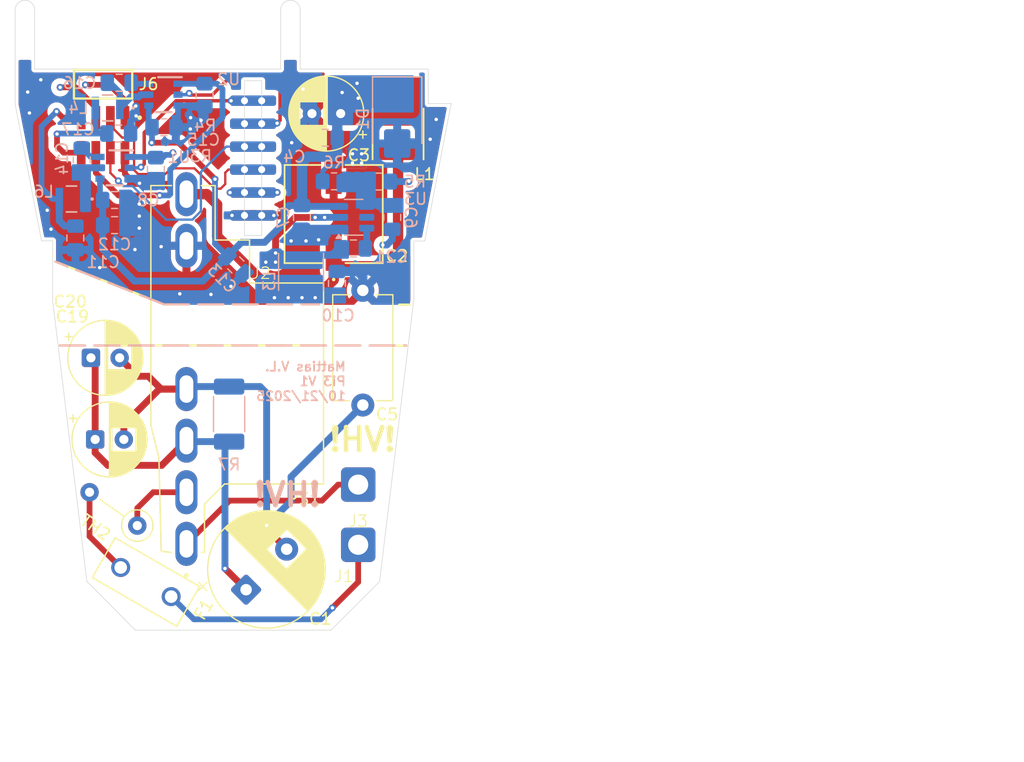
<source format=kicad_pcb>
(kicad_pcb (version 20241229) (generator "pcbnew") (generator_version "9.0")
  (layers (0 "F.Cu" signal) (4 "In1.Cu" signal) (6 "In2.Cu" signal) (2 "B.Cu" signal) (13 "F.Paste" user) (15 "B.Paste" user) (5 "F.SilkS" user "F.Silkscreen") (7 "B.SilkS" user "B.Silkscreen") (1 "F.Mask" user) (3 "B.Mask" user) (25 "Edge.Cuts" user))
  (net 0 "")
  (net 1 "GND")
  (net 2 "+24V")
  (net 3 "Net-(PS1-+VO)")
  (net 4 "Net-(PS1-+V(CAP))")
  (net 5 "Net-(PS1--V(CAP))")
  (net 6 "Net-(PS1-AC(L))")
  (net 7 "Net-(U3-BOOT)")
  (net 8 "Net-(U3-SW)")
  (net 10 "/ACDC/PGND")
  (net 11 "/LEDDrivers/I_WARM+")
  (net 12 "Net-(U1-SW)")
  (net 13 "Net-(U2-SW)")
  (net 14 "/LEDDrivers/I_COOL+")
  (net 15 "/LEDDrivers/I_COOL-")
  (net 16 "Net-(U2-BOOT)")
  (net 17 "/ACDC/120VAC")
  (net 18 "Net-(U3-FB)")
  (net 19 "+3.3V")
  (net 20 "Net-(U1-BOOT)")
  (net 21 "/LEDDrivers/I_WARM-")
  (net 22 "I2C_SDA")
  (net 23 "I2C_SCL")
  (net 24 "PWM_COOL")
  (net 25 "PMW_WARM")
  (net 26 "Net-(F1-Pad2)")
  (footprint "Capacitor_THT:C_Disc_D9.0mm_W5.0mm_P10.00mm" (layer "F.Cu") (at 163.6522 107.3112 90)
    (property "Reference" "C5")
    (property "Value" "1n")
  )
  (footprint "Library:PADPOWER" (layer "F.Cu") (at 163.25 117.75)
    (property "Reference" "J3")
    (property "Value" "Conn_01x01_Socket")
  )
  (footprint "Pi3Footprints:IND_BOURNS_SRN4018" (layer "F.Cu") (at 166.7256 83.6676 90)
    (property "Reference" "L1")
    (property "Value" "2.2u")
  )
  (footprint "Pi3Footprints:FUSE_36911000000" (layer "F.Cu") (at 144.75 122.75 150)
    (property "Reference" "F1")
    (property "Value" "1")
  )
  (footprint "Pi3Footprints:EdgeConnHolePi3" (layer "F.Cu") (at 154.0898 95.522)
    (property "Reference" "J2")
    (property "Value" "Conn_01x06_Socket")
    (fp_rect (start -0.75 -16.5) (end 0.75 -3) (stroke (width 0.05)) (fill no) (layer "Edge.Cuts"))
  )
  (footprint "Pi3Footprints:CONV_LS10-13B24R3" (layer "F.Cu") (at 148.28 104.168 90)
    (property "Reference" "PS1")
    (property "Value" "10ACFEW-24S3")
  )
  (footprint "Library:PADPOWER" (layer "F.Cu") (at 163.25 123)
    (property "Reference" "J1")
    (property "Value" "Conn_01x01_Socket")
  )
  (footprint "Resistor_THT:R_Axial_DIN0207_L6.3mm_D2.5mm_P5.08mm_Vertical" (layer "F.Cu") (at 143.996338 117.82783 145)
    (property "Reference" "TH2")
    (property "Value" "Thermistor_NTC")
  )
  (footprint "Capacitor_THT:CP_Radial_D6.3mm_P2.50mm" (layer "F.Cu") (at 161.7218 81.8896 180)
    (property "Reference" "C3")
    (property "Value" "100u")
  )
  (footprint "Capacitor_THT:CP_Radial_D10.0mm_P5.00mm" (layer "F.Cu") (at 153.48 123.418 45)
    (property "Reference" "C1")
    (property "Value" "10u")
  )
  (footprint "Capacitor_THT:CP_Radial_D6.3mm_P2.50mm" (layer "F.Cu") (at 139.955 103.193)
    (property "Reference" "C20")
    (property "Value" "2.2u")
  )
  (footprint "Capacitor_THT:CP_Radial_D6.3mm_P2.50mm" (layer "F.Cu") (at 140.3242 110.3122)
    (property "Reference" "C19")
    (property "Value" "2.2u")
  )
  (footprint "Pi3Footprints:CAP_UCD_8X10_NCH-L" (layer "F.Cu") (at 161.1122 90.6526 90)
    (property "Reference" "C2")
    (property "Value" "470u")
  )
  (footprint "Pi3Footprints:SAMTEC_FTSH-104-01-L-DH" (layer "F.Cu") (at 141.015 83.773)
    (property "Reference" "J6")
    (property "Value" "Conn_01x08_Pin")
  )
  (footprint "Capacitor_SMD:C_0805_2012Metric_Pad1.18x1.45mm_HandSolder" (layer "B.Cu") (at 146.3175 83.08 180)
    (property "Reference" "C15")
    (property "Value" "0.1u")
  )
  (footprint "Capacitor_SMD:C_0805_2012Metric_Pad1.18x1.45mm_HandSolder" (layer "B.Cu") (at 162.8375 93.65 180)
    (property "Reference" "C21")
    (property "Value" "0.1u")
  )
  (footprint "Pi3_Footprints:DDC0006A_L" (layer "B.Cu") (at 142.019999 86.621602 180)
    (property "Reference" "U1")
    (property "Value" "TPS92200D2DDCR")
  )
  (footprint "Capacitor_SMD:C_0805_2012Metric_Pad1.18x1.45mm_HandSolder" (layer "B.Cu") (at 152.58 95.09 -45)
    (property "Reference" "C13")
    (property "Value" "10u")
  )
  (footprint "Capacitor_SMD:C_0805_2012Metric_Pad1.18x1.45mm_HandSolder" (layer "B.Cu") (at 138.5964 92.74 -90)
    (property "Reference" "C11")
    (property "Value" "10u")
  )
  (footprint "Resistor_SMD:R_0805_2012Metric_Pad1.20x1.40mm_HandSolder" (layer "B.Cu") (at 149.865 80.28 -90)
    (property "Reference" "R4")
    (property "Value" "0.340")
  )
  (footprint "Capacitor_SMD:C_0805_2012Metric_Pad1.18x1.45mm_HandSolder" (layer "B.Cu") (at 142.0164 91.62)
    (property "Reference" "C12")
    (property "Value" "10u")
  )
  (footprint "Pi3_Footprints:IND_MAMK2520T1R0M_TAY-L" (layer "B.Cu") (at 141.41 81.4 180)
    (property "Reference" "L4")
    (property "Value" "4.7u")
  )
  (footprint "Capacitor_SMD:C_0805_2012Metric_Pad1.18x1.45mm_HandSolder" (layer "B.Cu") (at 142.3725 83.63)
    (property "Reference" "C17")
    (property "Value" "10u")
  )
  (footprint "Resistor_SMD:R_0805_2012Metric_Pad1.20x1.40mm_HandSolder" (layer "B.Cu") (at 165.04 87.82 180)
    (property "Reference" "R5")
    (property "Value" "100k")
  )
  (footprint "Resistor_SMD:R_0805_2012Metric_Pad1.20x1.40mm_HandSolder" (layer "B.Cu") (at 145.6164 86.73 -90)
    (property "Reference" "R3")
    (property "Value" "0.340")
  )
  (footprint "Pi3_Footprints:DDC0006A_L" (layer "B.Cu") (at 146.270001 80.240003 180)
    (property "Reference" "U2")
    (property "Value" "TPS92200D2DDCR")
  )
  (footprint "Pi3_Footprints:IND_MAMK2520T1R0M_TAY-L" (layer "B.Cu") (at 138.2632 89.34 180)
    (property "Reference" "L6")
    (property "Value" "4.7u")
  )
  (footprint "Resistor_SMD:R_0805_2012Metric_Pad1.20x1.40mm_HandSolder" (layer "B.Cu") (at 161.15 87.8 180)
    (property "Reference" "R6")
    (property "Value" "22.1k")
  )
  (footprint "Capacitor_SMD:C_0805_2012Metric_Pad1.18x1.45mm_HandSolder" (layer "B.Cu") (at 161.4 96.7 -90)
    (property "Reference" "C10")
    (property "Value" "47u")
  )
  (footprint "Resistor_SMD:R_2010_5025Metric_Pad1.40x2.65mm_HandSolder" (layer "B.Cu") (at 152 108.1 90)
    (property "Reference" "R7")
    (property "Value" "1Mega")
  )
  (footprint "Capacitor_SMD:C_0805_2012Metric_Pad1.18x1.45mm_HandSolder" (layer "B.Cu") (at 142.4175 79.2)
    (property "Reference" "C16")
    (property "Value" "0.1u")
  )
  (footprint "Diode_SMD:D_SMB" (layer "B.Cu") (at 166.65 82.35 -90)
    (property "Reference" "D1")
    (property "Value" "~")
  )
  (footprint "Capacitor_SMD:C_0805_2012Metric_Pad1.18x1.45mm_HandSolder" (layer "B.Cu") (at 142.0164 89.43 180)
    (property "Reference" "C8")
    (property "Value" "0.1u")
  )
  (footprint "Inductor_SMD:L_Wuerth_MAPI-3020" (layer "B.Cu") (at 158.270028 95.7 -90)
    (property "Reference" "L3")
    (property "Value" "L")
  )
  (footprint "Capacitor_SMD:C_0805_2012Metric_Pad1.18x1.45mm_HandSolder" (layer "B.Cu") (at 139.1564 85.9325 90)
    (property "Reference" "C14")
    (property "Value" "0.1u")
  )
  (footprint "Package_TO_SOT_SMD:SOT-23-6" (layer "B.Cu") (at 162.8555 90.935)
    (property "Reference" "U3")
    (property "Value" "TPS54202DDC")
  )
  (footprint "Capacitor_SMD:C_0805_2012Metric_Pad1.18x1.45mm_HandSolder" (layer "B.Cu") (at 166.22 90.9475 90)
    (property "Reference" "C9")
    (property "Value" "56p")
  )
  (footprint "Capacitor_SMD:C_0805_2012Metric_Pad1.18x1.45mm_HandSolder" (layer "B.Cu") (at 158.35 90.95 -90)
    (property "Reference" "C7")
    (property "Value" "3.3u")
  )
  (footprint "Capacitor_SMD:C_0805_2012Metric_Pad1.18x1.45mm_HandSolder" (layer "B.Cu") (at 160.3875 84 180)
    (property "Reference" "C4")
    (property "Value" "0.1u")
  )
  (gr_line (start 144.729085 97.897462) (end 136.85 94.8) (stroke (width 0.2) (type dash)) (layer "F.SilkS"))
  (gr_line (start 145.6182 102.108) (end 159.8676 102.108) (stroke (width 0.2) (type dash)) (layer "F.SilkS"))
  (gr_line (start 166.8214 98.552) (end 167.7416 98.552) (stroke (width 0.2) (type dash)) (layer "F.SilkS"))
  (gr_line (start 166.624 102.1334) (end 167.386 102.1334) (stroke (width 0.2) (type dash)) (layer "F.SilkS"))
  (gr_line (start 146.304 98.5266) (end 159.8422 98.5266) (stroke (width 0.2) (type dash)) (layer "B.SilkS"))
  (gr_line (start 146.304 98.5166) (end 136.85 94.8) (stroke (width 0.2) (type dash)) (layer "B.SilkS"))
  (gr_line (start 137.25 102.118) (end 167.45 102.118) (stroke (width 0.2) (type dash)) (layer "B.SilkS"))
  (gr_line (start 136.62 98.218) (end 139.6 122.688) (stroke (width 0.05)) (layer "Edge.Cuts"))
  (gr_line (start 160.88 126.948) (end 165.11 122.718) (stroke (width 0.05)) (layer "Edge.Cuts"))
  (gr_line (start 156.49 78.008) (end 156.49 72.85809) (stroke (width 0.05)) (layer "Edge.Cuts"))
  (gr_line (start 165.11 122.718) (end 168.1 98.098) (stroke (width 0.05)) (layer "Edge.Cuts"))
  (gr_line (start 171.35 81.018) (end 169.36 81.018) (stroke (width 0.05)) (layer "Edge.Cuts"))
  (gr_line (start 156.49 78.008) (end 135.05 78.008) (stroke (width 0.05)) (layer "Edge.Cuts"))
  (gr_line (start 135.65 92.988) (end 136.62 92.988) (stroke (width 0.05)) (layer "Edge.Cuts"))
  (gr_line (start 143.82 126.948) (end 160.88 126.948) (stroke (width 0.05)) (layer "Edge.Cuts"))
  (gr_line (start 139.6 122.688) (end 143.82 126.948) (stroke (width 0.05)) (layer "Edge.Cuts"))
  (gr_line (start 135.050163 72.864891) (end 135.05 78.008) (stroke (width 0.05)) (layer "Edge.Cuts"))
  (gr_line (start 133.35 78.008) (end 133.35 81.078) (stroke (width 0.05)) (layer "Edge.Cuts"))
  (gr_line (start 169.36 81.018) (end 169.35 78.008) (stroke (width 0.05)) (layer "Edge.Cuts"))
  (gr_line (start 136.62 92.988) (end 136.62 98.218) (stroke (width 0.05)) (layer "Edge.Cuts"))
  (gr_line (start 168.1 93.008) (end 169.05 93.008) (stroke (width 0.05)) (layer "Edge.Cuts"))
  (gr_line (start 168.1 98.098) (end 168.1 93.008) (stroke (width 0.05)) (layer "Edge.Cuts"))
  (gr_arc (start 133.35019 72.85809) (mid 134.20019 72.00809) (end 135.05019 72.85809) (stroke (width 0.05)) (layer "Edge.Cuts"))
  (gr_line (start 133.35 78.008) (end 133.35 72.85809) (stroke (width 0.05)) (layer "Edge.Cuts"))
  (gr_line (start 133.35 81.078) (end 135.65 92.988) (stroke (width 0.05)) (layer "Edge.Cuts"))
  (gr_line (start 158.190163 72.864891) (end 158.19 78.008) (stroke (width 0.05)) (layer "Edge.Cuts"))
  (gr_arc (start 156.49019 72.85809) (mid 157.34019 72.00809) (end 158.19019 72.85809) (stroke (width 0.05)) (layer "Edge.Cuts"))
  (gr_line (start 169.05 93.008) (end 171.35 81.018) (stroke (width 0.05)) (layer "Edge.Cuts"))
  (gr_line (start 169.35 78.008) (end 158.19 78.008) (stroke (width 0.05)) (layer "Edge.Cuts"))
  (gr_text "!HV!\n" (at 160.5 111.5 0) (layer "F.SilkS") (effects (font (size 2 2) (thickness 0.4) (bold yes)) (justify left bottom)))
  (gr_text "!HV!\n" (at 160.2 116.3 0) (layer "B.SilkS") (effects (font (size 2 2) (thickness 0.4) (bold yes)) (justify left bottom mirror)))
  (gr_text "Mattias V.L.\nPi3 V1 \n10/21/2025" (at 162.25 107 0) (layer "B.SilkS") (effects (font (size 0.8 0.8) (thickness 0.15) (bold yes)) (justify left bottom mirror)))
  (segment (start 145.7838 93.4974) (end 144.1664 91.88) (width 0.6) (layer "F.Cu") (net 1))
  (segment (start 148.28 93.418) (end 148.28 97.0332) (width 0.6) (layer "F.Cu") (net 1))
  (segment (start 161.1122 87.2998) (end 161.1122 85.344) (width 0.9) (layer "F.Cu") (net 1))
  (segment (start 144.19 87.97) (end 143.75 87.97) (width 0.5) (layer "F.Cu") (net 1))
  (segment (start 159.2072 81.9042) (end 159.2218 81.8896) (width 0.9) (layer "F.Cu") (net 1))
  (segment (start 146.0754 93.4974) (end 145.7838 93.4974) (width 0.6) (layer "F.Cu") (net 1))
  (segment (start 143.75 87.97) (end 142.92 87.14) (width 0.5) (layer "F.Cu") (net 1))
  (segment (start 159.2072 83.439) (end 159.2072 81.9042) (width 0.9) (layer "F.Cu") (net 1))
  (segment (start 161.1122 85.344) (end 159.2072 83.439) (width 0.9) (layer "F.Cu") (net 1))
  (segment (start 148.28 97.0332) (end 147.701 97.6122) (width 0.6) (layer "F.Cu") (net 1))
  (segment (start 142.92 87.14) (end 142.92 85.298) (width 0.5) (layer "F.Cu") (net 1))
  (via (at 157.4546 84.4296) (size 0.6) (drill 0.3) (layers "F.Cu" "B.Cu") (net 1))
  (via (at 159.8 92.9) (size 0.6) (drill 0.3) (layers "F.Cu" "B.Cu") (net 1))
  (via (at 158.4452 79.756) (size 0.6) (drill 0.3) (layers "F.Cu" "B.Cu") (net 1))
  (via (at 135.5852 78.9432) (size 0.6) (drill 0.3) (layers "F.Cu" "B.Cu") (net 1))
  (via (at 162.75 85.4) (size 0.6) (drill 0.3) (layers "F.Cu" "B.Cu") (net 1))
  (via (at 136.144 90.3224) (size 0.6) (drill 0.3) (layers "F.Cu" "B.Cu") (net 1))
  (via (at 144.1664 90.83) (size 0.6) (drill 0.3) (layers "F.Cu" "B.Cu") (net 1))
  (via (at 155.899 90.772) (size 0.6) (drill 0.3) (layers "F.Cu" "B.Cu") (net 1))
  (via (at 143.8656 81.2292) (size 0.6) (drill 0.3) (layers "F.Cu" "B.Cu") (net 1))
  (via (at 163.55 86.2) (size 0.6) (drill 0.3) (layers "F.Cu" "B.Cu") (net 1))
  (via (at 152.16 96.96) (size 0.6) (drill 0.3) (layers "F.Cu" "B.Cu") (net 1))
  (via (at 144.19 87.97) (size 0.6) (drill 0.3) (layers "F.Cu" "B.Cu") (net 1))
  (via (at 162.75 86.2) (size 0.6) (drill 0.3) (layers "F.Cu" "B.Cu") (net 1))
  (via (at 140.716 95.3262) (size 0.6) (drill 0.3) (layers "F.Cu" "B.Cu") (net 1))
  (via (at 150.4188 97.663) (size 0.6) (drill 0.3) (layers "F.Cu" "B.Cu") (net 1))
  (via (at 158.7 93) (size 0.6) (drill 0.3) (layers "F.Cu" "B.Cu") (net 1))
  (via (at 157.4 93) (size 0.6) (drill 0.3) (layers "F.Cu" "B.Cu") (net 1))
  (via (at 148.6154 83.2358) (size 0.6) (drill 0.3) (layers "F.Cu" "B.Cu") (net 1))
  (via (at 136.4742 91.9734) (size 0.6) (drill 0.3) (layers "F.Cu" "B.Cu") (net 1))
  (via (at 134.5946 81.8388) (size 0.6) (drill 0.3) (layers "F.Cu" "B.Cu") (net 1))
  (via (at 144.1664 89.78) (size 0.6) (drill 0.3) (layers "F.Cu" "B.Cu") (net 1))
  (via (at 143.891 82.0928) (size 0.6) (drill 0.3) (layers "F.Cu" "B.Cu") (net 1))
  (via (at 134.4422 80.01) (size 0.6) (drill 0.3) (layers "F.Cu" "B.Cu") (net 1))
  (via (at 146.0754 93.4974) (size 0.6) (drill 0.3) (layers "F.Cu" "B.Cu") (net 1))
  (via (at 163.55 85.4) (size 0.6) (drill 0.3) (layers "F.Cu" "B.Cu") (net 1))
  (via (at 144.1664 91.88) (size 0.6) (drill 0.3) (layers "F.Cu" "B.Cu") (net 1))
  (via (at 152.252 90.772) (size 0.6) (drill 0.3) (layers "F.Cu" "B.Cu") (net 1))
  (via (at 170.05 82.4) (size 0.6) (drill 0.3) (layers "F.Cu" "B.Cu") (net 1))
  (via (at 149.5552 82.4738) (size 0.6) (drill 0.3) (layers "F.Cu" "B.Cu") (net 1))
  (via (at 147.701 97.6122) (size 0.6) (drill 0.3) (layers "F.Cu" "B.Cu") (net 1))
  (via (at 169.525 84.125) (size 0.6) (drill 0.3) (layers "F.Cu" "B.Cu") (net 1))
  (via (at 143.7894 93.7514) (size 0.6) (drill 0.3) (layers "F.Cu" "B.Cu") (net 1))
  (via (at 148.6408 82.2452) (size 0.6) (drill 0.3) (layers "F.Cu" "B.Cu") (net 1))
  (segment (start 159.35 82.0178) (end 159.2218 81.8896) (width 0.9) (layer "B.Cu") (net 1))
  (segment (start 143.41 82.5738) (end 143.891 82.0928) (width 0.6) (layer "B.Cu") (net 1))
  (segment (start 159.35 84) (end 159.35 82.0178) (width 0.9) (layer "B.Cu") (net 1))
  (segment (start 161.703496 86.2) (end 161.402496 86.501) (width 0.4) (layer "B.Cu") (net 1))
  (segment (start 160.549 86.501) (end 160.15 86.9) (width 0.4) (layer "B.Cu") (net 1))
  (segment (start 153.296377 95.823623) (end 152.16 96.96) (width 0.5) (layer "B.Cu") (net 1))
  (segment (start 143.891 81.2546) (end 143.8656 81.2292) (width 0.6) (layer "B.Cu") (net 1))
  (segment (start 161.718 91.885) (end 158.4525 91.885) (width 0.6) (layer "B.Cu") (net 1))
  (segment (start 154.8398 90.772) (end 155.899 90.772) (width 0.8) (layer "B.Cu") (net 1))
  (segment (start 138.5964 93.7775) (end 139.6245 93.7775) (width 0.6) (layer "B.Cu") (net 1))
  (segment (start 169.15 84.5) (end 169.525 84.125) (width 0.9) (layer "B.Cu") (net 1))
  (segment (start 157.8842 84) (end 157.4546 84.4296) (width 0.9) (layer "B.Cu") (net 1))
  (segment (start 148.28 93.418) (end 146.1548 93.418) (width 0.6) (layer "B.Cu") (net 1))
  (segment (start 170.05 82.4) (end 170.05 83.6) (width 0.9) (layer "B.Cu") (net 1))
  (segment (start 160.15 86.9) (end 160.15 87.8) (width 0.4) (layer "B.Cu") (net 1))
  (segment (start 163.6522 96.1022) (end 163.6522 97.3112) (width 0.8) (layer "B.Cu") (net 1))
  (segment (start 159.2218 81.8896) (end 159.2218 80.5326) (width 0.9) (layer "B.Cu") (net 1))
  (segment (start 149.5552 81.5898) (end 149.865 81.28) (width 0.5) (layer "B.Cu") (net 1))
  (segment (start 166.65 84.5) (end 169.15 84.5) (width 0.9) (layer "B.Cu") (net 1))
  (segment (start 148.6154 83.2358) (end 148.7932 83.2358) (width 0.5) (layer "B.Cu") (net 1))
  (segment (start 163.2125 95.6625) (end 163.6522 96.1022) (width 0.8) (layer "B.Cu") (net 1))
  (segment (start 148.6154 83.2358) (end 148.6154 82.2706) (width 0.5) (layer "B.Cu") (net 1))
  (segment (start 149.5552 82.4738) (end 149.5552 81.5898) (width 0.5) (layer "B.Cu") (net 1))
  (segment (start 148.6154 82.2706) (end 148.6408 82.2452) (width 0.5) (layer "B.Cu") (net 1))
  (segment (start 161.4 95.6625) (end 163.2125 95.6625) (width 0.8) (layer "B.Cu") (net 1))
  (segment (start 146.1548 93.418) (end 146.0754 93.4974) (width 0.6) (layer "B.Cu") (net 1))
  (segment (start 148.4596 83.08) (end 148.6154 83.2358) (width 0.5) (layer "B.Cu") (net 1))
  (segment (start 143.41 83.63) (end 143.41 82.5738) (width 0.6) (layer "B.Cu") (net 1))
  (segment (start 148.8694 82.4738) (end 148.6408 82.2452) (width 0.5) (layer "B.Cu") (net 1))
  (segment (start 149.5552 82.4738) (end 148.8694 82.4738) (width 0.5) (layer "B.Cu") (net 1))
  (segment (start 143.891 82.0928) (end 143.891 81.2546) (width 0.6) (layer "B.Cu") (net 1))
  (segment (start 158.4525 91.885) (end 158.35 91.9875) (width 0.6) (layer "B.Cu") (net 1))
  (segment (start 147.545002 82.889998) (end 147.355 83.08) (width 0.5) (layer "B.Cu") (net 1))
  (segment (start 170.05 83.6) (end 169.525 84.125) (width 0.9) (layer "B.Cu") (net 1))
  (segment (start 139.6245 93.7775) (end 140.716 94.869) (width 0.6) (layer "B.Cu") (net 1))
  (segment (start 159.35 84) (end 157.8842 84) (width 0.9) (layer "B.Cu") (net 1))
  (segment (start 161.402496 86.501) (end 160.549 86.501) (width 0.4) (layer "B.Cu") (net 1))
  (segment (start 153.313623 95.823623) (end 153.296377 95.823623) (width 0.5) (layer "B.Cu") (net 1))
  (segment (start 149.775001 81.190001) (end 149.865 81.28) (width 0.5) (layer "B.Cu") (net 1))
  (segment (start 148.7932 83.2358) (end 149.5552 82.4738) (width 0.5) (layer "B.Cu") (net 1))
  (segment (start 140.716 94.869) (end 140.716 95.3262) (width 0.6) (layer "B.Cu") (net 1))
  (segment (start 147.355 83.08) (end 148.4596 83.08) (width 0.5) (layer "B.Cu") (net 1))
  (segment (start 159.2218 80.5326) (end 158.4452 79.756) (width 0.9) (layer "B.Cu") (net 1))
  (segment (start 147.545002 81.190001) (end 147.545002 82.889998) (width 0.5) (layer "B.Cu") (net 1))
  (segment (start 162.75 86.2) (end 161.703496 86.2) (width 0.4) (layer "B.Cu") (net 1))
  (segment (start 147.545002 81.190001) (end 149.775001 81.190001) (width 0.5) (layer "B.Cu") (net 1))
  (segment (start 145.25 84.43) (end 147.59 84.43) (width 0.5) (layer "F.Cu") (net 2))
  (segment (start 147.59 84.43) (end 150.77 87.61) (width 0.5) (layer "F.Cu") (net 2))
  (via (at 161.85 80.05) (size 0.6) (drill 0.3) (layers "F.Cu" "B.Cu") (net 2))
  (via (at 150.77 87.61) (size 0.6) (drill 0.3) (layers "F.Cu" "B.Cu") (net 2))
  (via (at 163.25 80.55) (size 0.6) (drill 0.3) (layers "F.Cu" "B.Cu") (net 2))
  (via (at 163.15 79.25) (size 0.6) (drill 0.3) (layers "F.Cu" "B.Cu") (net 2))
  (via (at 145.25 84.43) (size 0.6) (drill 0.3) (layers "F.Cu" "B.Cu") (net 2))
  (segment (start 151.865 94.335) (end 149.7 96.5) (width 0.6) (layer "B.Cu") (net 2))
  (segment (start 149.7 96.5) (end 143.75 96.5) (width 0.6) (layer "B.Cu") (net 2))
  (segment (start 144.995002 82.795002) (end 145.28 83.08) (width 0.5) (layer "B.Cu") (net 2))
  (segment (start 158.35 89.9125) (end 157.1875 89.9125) (width 0.6) (layer "B.Cu") (net 2))
  (segment (start 158.4225 89.985) (end 158.35 89.9125) (width 0.6) (layer "B.Cu") (net 2))
  (segment (start 144.995002 81.190001) (end 144.995002 82.795002) (width 0.5) (layer "B.Cu") (net 2))
  (segment (start 161.05 85.65) (end 158.85 85.65) (width 0.9) (layer "B.Cu") (net 2))
  (segment (start 156.8 90.3) (end 156.8 91.411742) (width 0.6) (layer "B.Cu") (net 2))
  (segment (start 156.8 91.411742) (end 155.088742 93.123) (width 0.6) (layer "B.Cu") (net 2))
  (segment (start 140.745 87.5716) (end 140.745 89.1961) (width 0.5) (layer "B.Cu") (net 2))
  (segment (start 145.28 84.4) (end 145.25 84.43) (width 0.5) (layer "B.Cu") (net 2))
  (segment (start 140.745 89.1961) (end 140.9789 89.43) (width 0.5) (layer "B.Cu") (net 2))
  (segment (start 161.425 85.275) (end 161.05 85.65) (width 0.9) (layer "B.Cu") (net 2))
  (segment (start 155.088742 93.123) (end 153.077 93.123) (width 0.6) (layer "B.Cu") (net 2))
  (segment (start 157.1875 89.9125) (end 156.8 90.3) (width 0.6) (layer "B.Cu") (net 2))
  (segment (start 161.718 89.985) (end 158.4225 89.985) (width 0.6) (layer "B.Cu") (net 2))
  (segment (start 150.77 87.61) (end 150.77 93.24) (width 0.5) (layer "B.Cu") (net 2))
  (segment (start 143.75 96.5) (end 140.9789 93.7289) (width 0.6) (layer "B.Cu") (net 2))
  (segment (start 161.425 82.1864) (end 161.7218 81.8896) (width 0.9) (layer "B.Cu") (net 2))
  (segment (start 158.85 85.65) (end 158.35 86.15) (width 0.9) (layer "B.Cu") (net 2))
  (segment (start 158.35 86.15) (end 158.35 89.9125) (width 0.9) (layer "B.Cu") (net 2))
  (segment (start 145.28 83.08) (end 145.28 84.4) (width 0.5) (layer "B.Cu") (net 2))
  (segment (start 161.425 84) (end 161.425 82.1864) (width 0.9) (layer "B.Cu") (net 2))
  (segment (start 150.77 93.24) (end 151.865 94.335) (width 0.5) (layer "B.Cu") (net 2))
  (segment (start 140.9789 91.62) (end 140.9789 89.43) (width 0.6) (layer "B.Cu") (net 2))
  (segment (start 140.9789 93.7289) (end 140.9789 91.62) (width 0.6) (layer "B.Cu") (net 2))
  (segment (start 161.425 84) (end 161.425 85.275) (width 0.9) (layer "B.Cu") (net 2))
  (segment (start 153.077 93.123) (end 151.865 94.335) (width 0.6) (layer "B.Cu") (net 2))
  (segment (start 150.9522 92.583) (end 155.3464 96.9772) (width 0.9) (layer "F.Cu") (net 3))
  (segment (start 161.1122 93.98) (end 161.0868 93.98) (width 0.9) (layer "F.Cu") (net 3))
  (segment (start 161.1122 94.64321) (end 161.1122 94.0054) (width 0.9) (layer "F.Cu") (net 3))
  (segment (start 160.528 96.9772) (end 161.1122 96.393) (width 0.9) (layer "F.Cu") (net 3))
  (segment (start 161.1122 96.393) (end 161.1122 93.98) (width 0.9) (layer "F.Cu") (net 3))
  (segment (start 161.0868 93.98) (end 161.1122 94.0054) (width 0.9) (layer "F.Cu") (net 3))
  (segment (start 150.0558 88.918) (end 150.9522 89.8144) (width 0.9) (layer "F.Cu") (net 3))
  (segment (start 161.67469 95.2057) (end 161.1122 94.64321) (width 0.9) (layer "F.Cu") (net 3))
  (segment (start 150.9522 89.8144) (end 150.9522 92.583) (width 0.9) (layer "F.Cu") (net 3))
  (segment (start 166.7256 93.88121) (end 165.40111 95.2057) (width 0.9) (layer "F.Cu") (net 3))
  (segment (start 148.28 88.918) (end 150.0558 88.918) (width 0.9) (layer "F.Cu") (net 3))
  (segment (start 166.7256 85.1916) (end 166.7256 93.88121) (width 0.9) (layer "F.Cu") (net 3))
  (segment (start 165.40111 95.2057) (end 161.67469 95.2057) (width 0.9) (layer "F.Cu") (net 3))
  (segment (start 155.3464 96.9772) (end 160.528 96.9772) (width 0.9) (layer "F.Cu") (net 3))
  (segment (start 146.1252 112.5728) (end 148.28 110.418) (width 0.6) (layer "F.Cu") (net 4))
  (segment (start 153.48 123.418) (end 153.48 123.4064) (width 0.5) (layer "F.Cu") (net 4))
  (segment (start 140.3242 110.3122) (end 140.3242 111.4698) (width 0.6) (layer "F.Cu") (net 4))
  (segment (start 140.3242 111.4698) (end 141.4272 112.5728) (width 0.6) (layer "F.Cu") (net 4))
  (segment (start 141.4272 112.5728) (end 146.1252 112.5728) (width 0.6) (layer "F.Cu") (net 4))
  (segment (start 140.3242 103.5622) (end 139.955 103.193) (width 0.6) (layer "F.Cu") (net 4))
  (segment (start 140.3242 110.3122) (end 140.3242 103.5622) (width 0.6) (layer "F.Cu") (net 4))
  (segment (start 153.48 123.4064) (end 151.638 121.5644) (width 0.6) (layer "F.Cu") (net 4))
  (via (at 151.638 121.5644) (size 0.6) (drill 0.3) (layers "F.Cu" "B.Cu") (net 4))
  (segment (start 151.638 121.5644) (end 151.638 110.862) (width 0.6) (layer "B.Cu") (net 4))
  (segment (start 152 110.5) (end 148.362 110.5) (width 0.6) (layer "B.Cu") (net 4))
  (segment (start 151.638 110.862) (end 152 110.5) (width 0.6) (layer "B.Cu") (net 4))
  (segment (start 148.362 110.5) (end 148.28 110.418) (width 0.6) (layer "B.Cu") (net 4))
  (segment (start 155.2702 117.8052) (end 155.2702 118.11) (width 0.6) (layer "F.Cu") (net 5))
  (segment (start 144.0434 104.8004) (end 144.9578 104.8004) (width 0.6) (layer "F.Cu") (net 5))
  (segment (start 142.455 103.193) (end 142.455 103.212) (width 0.6) (layer "F.Cu") (net 5))
  (segment (start 155.2702 118.11) (end 157.015534 119.855334) (width 0.6) (layer "F.Cu") (net 5))
  (segment (start 142.455 103.212) (end 144.0434 104.8004) (width 0.6) (layer "F.Cu") (net 5))
  (segment (start 142.8242 109.0168) (end 145.923 105.918) (width 0.6) (layer "F.Cu") (net 5))
  (segment (start 157.015534 119.855334) (end 157.015534 119.882466) (width 0.6) (layer "F.Cu") (net 5))
  (segment (start 144.9578 104.8004) (end 146.0754 105.918) (width 0.6) (layer "F.Cu") (net 5))
  (segment (start 145.923 105.918) (end 148.28 105.918) (width 0.6) (layer "F.Cu") (net 5))
  (segment (start 142.8242 110.3122) (end 142.8242 109.0168) (width 0.6) (layer "F.Cu") (net 5))
  (segment (start 146.0754 105.918) (end 148.28 105.918) (width 0.6) (layer "F.Cu") (net 5))
  (via (at 155.2702 117.8052) (size 0.6) (drill 0.3) (layers "F.Cu" "B.Cu") (net 5))
  (segment (start 152.78 105.7) (end 148.498 105.7) (width 0.6) (layer "B.Cu") (net 5))
  (segment (start 154.7 105.7) (end 152.78 105.7) (width 0.6) (layer "B.Cu") (net 5))
  (segment (start 155.2702 117.8052) (end 155.2702 106.2702) (width 0.6) (layer "B.Cu") (net 5))
  (segment (start 157.4038 113.5596) (end 157.4038 115.6716) (width 0.6) (layer "B.Cu") (net 5))
  (segment (start 163.6522 107.3112) (end 157.4038 113.5596) (width 0.6) (layer "B.Cu") (net 5))
  (segment (start 157.4038 115.6716) (end 155.2702 117.8052) (width 0.6) (layer "B.Cu") (net 5))
  (segment (start 155.2702 106.2702) (end 154.7 105.7) (width 0.6) (layer "B.Cu") (net 5))
  (segment (start 148.498 105.7) (end 148.28 105.918) (width 0.6) (layer "B.Cu") (net 5))
  (segment (start 143.996338 116.303662) (end 145.382 114.918) (width 0.5) (layer "F.Cu") (net 6))
  (segment (start 145.382 114.918) (end 148.28 114.918) (width 0.5) (layer "F.Cu") (net 6))
  (segment (start 143.996338 117.82783) (end 143.996338 116.303662) (width 0.5) (layer "F.Cu") (net 6))
  (segment (start 163.993 91.885) (end 163.993 93.9445) (width 0.6) (layer "B.Cu") (net 7))
  (segment (start 163.993 93.9445) (end 163.9375 94) (width 0.6) (layer "B.Cu") (net 7))
  (segment (start 156.05 94.05) (end 156.05 94.85) (width 0.6) (layer "F.Cu") (net 8))
  (segment (start 156.05 92.65) (end 157.75 90.95) (width 0.6) (layer "F.Cu") (net 8))
  (segment (start 156.05 94.05) (end 156.05 92.65) (width 0.6) (layer "F.Cu") (net 8))
  (segment (start 157.75 90.95) (end 159.5 90.95) (width 0.6) (layer "F.Cu") (net 8))
  (via (at 156.05 94.85) (size 0.6) (drill 0.3) (layers "F.Cu" "B.Cu") (net 8))
  (via (at 159.5 90.95) (size 0.6) (drill 0.3) (layers "F.Cu" "B.Cu") (net 8))
  (via (at 156.05 94.05) (size 0.6) (drill 0.3) (layers "F.Cu" "B.Cu") (net 8))
  (via (at 160.3248 90.95) (size 0.6) (drill 0.3) (layers "F.Cu" "B.Cu") (net 8))
  (via (at 155.2 94.85) (size 0.6) (drill 0.3) (layers "F.Cu" "B.Cu") (net 8))
  (segment (start 160.35 90.95) (end 160.365 90.935) (width 0.6) (layer "B.Cu") (net 8))
  (segment (start 160.365 90.935) (end 161.718 90.935) (width 0.6) (layer "B.Cu") (net 8))
  (segment (start 160.3248 90.95) (end 160.35 90.95) (width 0.6) (layer "B.Cu") (net 8))
  (segment (start 160.3248 90.95) (end 159.5 90.95) (width 0.6) (layer "B.Cu") (net 8))
  (segment (start 152.0518 115.6462) (end 148.28 119.418) (width 0.5) (layer "F.Cu") (net 10))
  (segment (start 161.5 114.25) (end 160.1038 115.6462) (width 0.5) (layer "F.Cu") (net 10))
  (segment (start 160.1038 115.6462) (end 152.0518 115.6462) (width 0.5) (layer "F.Cu") (net 10))
  (segment (start 163.25 114.25) (end 161.5 114.25) (width 0.5) (layer "F.Cu") (net 10))
  (segment (start 137.498 82.248) (end 136.96 81.71) (width 0.5) (layer "F.Cu") (net 11))
  (segment (start 139.11 82.248) (end 137.498 82.248) (width 0.5) (layer "F.Cu") (net 11))
  (via (at 136.96 81.71) (size 0.6) (drill 0.3) (layers "F.Cu" "B.Cu") (net 11))
  (segment (start 137.6589 91.7025) (end 137.1964 91.24) (width 0.6) (layer "B.Cu") (net 11))
  (segment (start 136.62 89.34) (end 137.1964 89.34) (width 0.5) (layer "B.Cu") (net 11))
  (segment (start 135.65 83.02) (end 135.65 88.37) (width 0.5) (layer "B.Cu") (net 11))
  (segment (start 138.5964 91.7025) (end 137.6589 91.7025) (width 0.6) (layer "B.Cu") (net 11))
  (segment (start 136.96 81.71) (end 135.65 83.02) (width 0.5) (layer "B.Cu") (net 11))
  (segment (start 135.65 88.37) (end 136.62 89.34) (width 0.5) (layer "B.Cu") (net 11))
  (segment (start 137.1964 91.24) (end 137.1964 89.34) (width 0.6) (layer "B.Cu") (net 11))
  (segment (start 141.64 79.2) (end 142.4768 80.0368) (width 0.5) (layer "B.Cu") (net 13))
  (segment (start 144.108302 80.4282) (end 143.4486 80.4282) (width 0.6) (layer "B.Cu") (net 13))
  (segment (start 142.4768 80.0368) (end 142.4768 81.4) (width 0.5) (layer "B.Cu") (net 13))
  (segment (start 141.38 79.2) (end 141.64 79.2) (width 0.5) (layer "B.Cu") (net 13))
  (segment (start 143.4486 80.4282) (end 142.4768 81.4) (width 0.6) (layer "B.Cu") (net 13))
  (segment (start 144.296499 80.240003) (end 144.108302 80.4282) (width 0.6) (layer "B.Cu") (net 13))
  (segment (start 144.995002 80.240003) (end 144.296499 80.240003) (width 0.6) (layer "B.Cu") (net 13))
  (segment (start 137.568 85.298) (end 139.11 85.298) (width 0.5) (layer "F.Cu") (net 14))
  (segment (start 137 84.73) (end 137.568 85.298) (width 0.5) (layer "F.Cu") (net 14))
  (segment (start 137 83.67) (end 137 84.73) (width 0.5) (layer "F.Cu") (net 14))
  (via (at 137 83.67) (size 0.6) (drill 0.3) (layers "F.Cu" "B.Cu") (net 14))
  (segment (start 140.3432 83.2932) (end 140.68 83.63) (width 0.5) (layer "B.Cu") (net 14))
  (segment (start 140.68 83.63) (end 141.335 83.63) (width 0.5) (layer "B.Cu") (net 14))
  (segment (start 140.3432 81.4) (end 140.3432 83.2932) (width 0.5) (layer "B.Cu") (net 14))
  (segment (start 137.04 83.63) (end 137 83.67) (width 0.5) (layer "B.Cu") (net 14))
  (segment (start 141.335 83.63) (end 137.04 83.63) (width 0.5) (layer "B.Cu") (net 14))
  (segment (start 142.359 89.029) (end 140.38 87.05) (width 0.5) (layer "F.Cu") (net 15))
  (segment (start 145.11 89.03) (end 145.109 89.029) (width 0.5) (layer "F.Cu") (net 15))
  (segment (start 145.109 89.029) (end 142.359 89.029) (width 0.5) (layer "F.Cu") (net 15))
  (segment (start 145.94 89.03) (end 145.11 89.03) (width 0.5) (layer "F.Cu") (net 15))
  (segment (start 140.38 87.05) (end 140.38 85.298) (width 0.5) (layer "F.Cu") (net 15))
  (via (at 145.94 89.03) (size 0.6) (drill 0.3) (layers "F.Cu" "B.Cu") (net 15))
  (segment (start 146.75 89.03) (end 146.869 88.911) (width 0.5) (layer "B.Cu") (net 15))
  (segment (start 151.42 82.22) (end 151.42 79.75) (width 0.5) (layer "B.Cu") (net 15))
  (segment (start 146.869 88.911) (end 146.869 86.771) (width 0.5) (layer "B.Cu") (net 15))
  (segment (start 147.545002 79.290002) (end 149.854998 79.290002) (width 0.5) (layer "B.Cu") (net 15))
  (segment (start 149.854998 79.290002) (end 149.865 79.28) (width 0.5) (layer "B.Cu") (net 15))
  (segment (start 151.42 79.75) (end 150.95 79.28) (width 0.5) (layer "B.Cu") (net 15))
  (segment (start 150.95 79.28) (end 149.865 79.28) (width 0.5) (layer "B.Cu") (net 15))
  (segment (start 145.94 89.03) (end 146.75 89.03) (width 0.5) (layer "B.Cu") (net 15))
  (segment (start 146.869 86.771) (end 151.42 82.22) (width 0.5) (layer "B.Cu") (net 15))
  (segment (start 143.545002 79.290002) (end 143.455 79.2) (width 0.5) (layer "B.Cu") (net 16))
  (segment (start 144.995002 79.290002) (end 143.545002 79.290002) (width 0.5) (layer "B.Cu") (net 16))
  (segment (start 161 125) (end 163.25 122.75) (width 0.5) (layer "F.Cu") (net 17))
  (segment (start 163.25 122.75) (end 163.25 119.5) (width 0.5) (layer "F.Cu") (net 17))
  (via (at 161 125) (size 0.6) (drill 0.3) (layers "F.Cu" "B.Cu") (net 17))
  (segment (start 160 126) (end 161 125) (width 0.5) (layer "B.Cu") (net 17))
  (segment (start 146.949704 124.02) (end 148.929704 126) (width 0.5) (layer "B.Cu") (net 17))
  (segment (start 148.929704 126) (end 160 126) (width 0.5) (layer "B.Cu") (net 17))
  (segment (start 141.567 79.38) (end 139.47 79.38) (width 0.5) (layer "F.Cu") (net 19))
  (segment (start 142.92 80.733) (end 141.567 79.38) (width 0.5) (layer "F.Cu") (net 19))
  (segment (start 142.92 82.248) (end 142.92 80.733) (width 0.5) (layer "F.Cu") (net 19))
  (via (at 167.6756 87.8) (size 0.6) (drill 0.3) (layers "F.Cu" "B.Cu") (net 19))
  (via (at 152.08 88.78) (size 0.6) (drill 0.3) (layers "F.Cu" "B.Cu") (net 19))
  (via (at 157.15 97.95) (size 0.6) (drill 0.3) (layers "F.Cu" "B.Cu") (net 19))
  (via (at 139.47 79.38) (size 0.6) (drill 0.3) (layers "F.Cu" "B.Cu") (net 19))
  (via (at 155.95 97.95) (size 0.6) (drill 0.3) (layers "F.Cu" "B.Cu") (net 19))
  (via (at 156.19 88.77) (size 0.6) (drill 0.3) (layers "F.Cu" "B.Cu") (net 19))
  (via (at 159.5 97.95) (size 0.6) (drill 0.3) (layers "F.Cu" "B.Cu") (net 19))
  (via (at 165.4 93.35) (size 0.6) (drill 0.3) (layers "F.Cu" "B.Cu") (net 19))
  (via (at 158.35 97.95) (size 0.6) (drill 0.3) (layers "F.Cu" "B.Cu") (net 19))
  (segment (start 156.188 88.772) (end 156.19 88.77) (width 0.5) (layer "B.Cu") (net 19))
  (segment (start 152.088 88.772) (end 152.08 88.78) (width 0.5) (layer "B.Cu") (net 19))
  (segment (start 165.75 93.35) (end 165.4 93.35) (width 0.6) (layer "B.Cu") (net 19))
  (segment (start 167.6756 87.8) (end 167.6556 87.82) (width 0.6) (layer "B.Cu") (net 19))
  (segment (start 166.22 91.985) (end 166.22 92.88) (width 0.6) (layer "B.Cu") (net 19))
  (segment (start 166.22 92.88) (end 165.75 93.35) (width 0.6) (layer "B.Cu") (net 19))
  (segment (start 153.3398 88.772) (end 152.088 88.772) (width 0.5) (layer "B.Cu") (net 19))
  (segment (start 154.8398 88.772) (end 156.188 88.772) (width 0.5) (layer "B.Cu") (net 19))
  (segment (start 167.6556 87.82) (end 166.04 87.82) (width 0.6) (layer "B.Cu") (net 19))
  (segment (start 140.745 85.671601) (end 139.933001 85.671601) (width 0.5) (layer "B.Cu") (net 20))
  (segment (start 139.933001 85.671601) (end 139.1564 84.895) (width 0.5) (layer "B.Cu") (net 20))
  (segment (start 137.27 79.6) (end 138.63 79.6) (width 0.5) (layer "F.Cu") (net 21))
  (segment (start 140.38 81.35) (end 140.38 82.248) (width 0.5) (layer "F.Cu") (net 21))
  (segment (start 138.63 79.6) (end 140.38 81.35) (width 0.5) (layer "F.Cu") (net 21))
  (via (at 137.27 79.6) (size 0.6) (drill 0.3) (layers "F.Cu" "B.Cu") (net 21))
  (via (at 147.1 85.3) (size 0.6) (drill 0.3) (layers "F.Cu" "B.Cu") (net 21))
  (segment (start 147.1 85.3) (end 146.910331 85.489669) (width 0.5) (layer "B.Cu") (net 21))
  (segment (start 146.22 85.73) (end 145.6164 85.73) (width 0.5) (layer "B.Cu") (net 21))
  (segment (start 145.558001 85.671601) (end 145.6164 85.73) (width 0.5) (layer "B.Cu") (net 21))
  (segment (start 146.460331 85.489669) (end 146.22 85.73) (width 0.5) (layer "B.Cu") (net 21))
  (segment (start 143.295 85.671601) (end 145.558001 85.671601) (width 0.5) (layer "B.Cu") (net 21))
  (segment (start 146.910331 85.489669) (end 146.460331 85.489669) (width 0.5) (layer "B.Cu") (net 21))
  (segment (start 141.65 87.0654) (end 142.3416 87.757) (width 0.2) (layer "F.Cu") (net 22))
  (segment (start 141.65 85.298) (end 141.65 87.0654) (width 0.2) (layer "F.Cu") (net 22))
  (via (at 142.3416 87.757) (size 0.6) (drill 0.3) (layers "F.Cu" "B.Cu") (net 22))
  (segment (start 149.541 86.9838) (end 151.7528 84.772) (width 0.2) (layer "B.Cu") (net 22))
  (segment (start 142.3416 87.757) (end 142.803543 88.218943) (width 0.2) (layer "B.Cu") (net 22))
  (segment (start 148.802323 91.139) (end 149.541 90.400323) (width 0.2) (layer "B.Cu") (net 22))
  (segment (start 143.589 88.218943) (end 146.509057 91.139) (width 0.2) (layer "B.Cu") (net 22))
  (segment (start 146.509057 91.139) (end 148.802323 91.139) (width 0.2) (layer "B.Cu") (net 22))
  (segment (start 142.803543 88.218943) (end 143.589 88.218943) (width 0.2) (layer "B.Cu") (net 22))
  (segment (start 151.7528 84.772) (end 153.3398 84.772) (width 0.2) (layer "B.Cu") (net 22))
  (segment (start 149.541 90.400323) (end 149.541 86.9838) (width 0.2) (layer "B.Cu") (net 22))
  (segment (start 144.067457 87.164204) (end 146.439596 87.164204) (width 0.2) (layer "F.Cu") (net 23))
  (segment (start 143.5302 83.982) (end 143.7154 84.1672) (width 0.2) (layer "F.Cu") (net 23))
  (segment (start 142.6814 83.982) (end 143.5302 83.982) (width 0.2) (layer "F.Cu") (net 23))
  (segment (start 143.7154 84.1672) (end 143.7154 86.812147) (width 0.2) (layer "F.Cu") (net 23))
  (segment (start 148.974857 86.6648) (end 150.752857 88.4428) (width 0.2) (layer "F.Cu") (net 23))
  (segment (start 150.752857 88.4428) (end 151.257 88.4428) (width 0.2) (layer "F.Cu") (net 23))
  (segment (start 151.257 88.4428) (end 151.6634 88.0364) (width 0.2) (layer "F.Cu") (net 23))
  (segment (start 143.7154 86.812147) (end 144.067457 87.164204) (width 0.2) (layer "F.Cu") (net 23))
  (segment (start 151.6634 88.0364) (end 151.6634 87.0458) (width 0.2) (layer "F.Cu") (net 23))
  (segment (start 146.939 86.6648) (end 148.974857 86.6648) (width 0.2) (layer "F.Cu") (net 23))
  (segment (start 141.65 82.248) (end 141.65 82.9506) (width 0.2) (layer "F.Cu") (net 23))
  (segment (start 141.65 82.9506) (end 142.6814 83.982) (width 0.2) (layer "F.Cu") (net 23))
  (segment (start 151.6634 87.0458) (end 151.9372 86.772) (width 0.2) (layer "F.Cu") (net 23))
  (segment (start 151.9372 86.772) (end 153.3398 86.772) (width 0.2) (layer "F.Cu") (net 23))
  (segment (start 146.439596 87.164204) (end 146.939 86.6648) (width 0.2) (layer "F.Cu") (net 23))
  (segment (start 148.669 80.271) (end 150.519 80.271) (width 0.3) (layer "F.Cu") (net 24))
  (segment (start 156.4408 82.4692) (end 156.18 82.73) (width 0.3) (layer "F.Cu") (net 24))
  (segment (start 152.29 78.5) (end 155.76 78.5) (width 0.3) (layer "F.Cu") (net 24))
  (segment (start 148.52 80.122) (end 148.669 80.271) (width 0.3) (layer "F.Cu") (net 24))
  (segment (start 156.4408 79.1808) (end 156.4408 82.4692) (width 0.3) (layer "F.Cu") (net 24))
  (segment (start 155.76 78.5) (end 156.4408 79.1808) (width 0.3) (layer "F.Cu") (net 24))
  (segment (start 150.519 80.271) (end 152.29 78.5) (width 0.3) (layer "F.Cu") (net 24))
  (via (at 148.52 80.122) (size 0.6) (drill 0.3) (layers "F.Cu" "B.Cu") (net 24))
  (via (at 156.18 82.73) (size 0.6) (drill 0.3) (layers "F.Cu" "B.Cu") (net 24))
  (segment (start 147.545002 80.240003) (end 148.401997 80.240003) (width 0.3) (layer "B.Cu") (net 24))
  (segment (start 154.8398 82.772) (end 156.138 82.772) (width 0.5) (layer "B.Cu") (net 24))
  (segment (start 156.138 82.772) (end 156.18 82.73) (width 0.5) (layer "B.Cu") (net 24))
  (segment (start 148.401997 80.240003) (end 148.52 80.122) (width 0.3) (layer "B.Cu") (net 24))
  (segment (start 155.2908 82.73) (end 155.2908 82.772) (width 0.3) (layer "B.Cu") (net 24))
  (segment (start 144.3164 86.563204) (end 144.6 86.279604) (width 0.3) (layer "F.Cu") (net 25))
  (segment (start 144.6 86.279604) (end 144.6 83.55) (width 0.3) (layer "F.Cu") (net 25))
  (segment (start 147.378 80.772) (end 152.17 80.772) (width 0.3) (layer "F.Cu") (net 25))
  (segment (start 144.6 83.55) (end 147.378 80.772) (width 0.3) (layer "F.Cu") (net 25))
  (via (at 144.3164 86.563204) (size 0.6) (drill 0.3) (layers "F.Cu" "B.Cu") (net 25))
  (via (at 152.17 80.772) (size 0.6) (drill 0.3) (layers "F.Cu" "B.Cu") (net 25))
  (segment (start 144.3164 86.563204) (end 144.258002 86.621602) (width 0.3) (layer "B.Cu") (net 25))
  (segment (start 144.258002 86.621602) (end 143.295 86.621602) (width 0.3) (layer "B.Cu") (net 25))
  (segment (start 142.550296 121.48) (end 139.835046 118.76475) (width 0.5) (layer "F.Cu") (net 26))
  (segment (start 139.835046 118.76475) (end 139.835046 114.914061) (width 0.5) (layer "F.Cu") (net 26))
  (zone (net 2) (net_name "+24V") (layer "F.Cu") (priority 1) (connect_pads yes (clearance 0.5)) (min_thickness 0.25) (fill yes (thermal_gap 0.5) (thermal_bridge_width 0.5))
    (polygon (pts (xy 160.7 82.9) (xy 163.95 82.9) (xy 163.95 83.2) (xy 168.85 83.25) (xy 168.85 78.75) (xy 160.7 78.75)))
  )
  (zone (net 1) (net_name "GND") (layer "F.Cu") (priority 7) (connect_pads yes (clearance 0.5)) (min_thickness 0.25) (fill yes (thermal_gap 0.5) (thermal_bridge_width 0.5))
    (polygon (pts (xy 160.3 85.6) (xy 162.2 85.6) (xy 162.2 84.9) (xy 163.95 84.9) (xy 163.95 86.65) (xy 160.3 86.65)))
  )
  (zone (net 1) (net_name "GND") (layers "F.Cu" "B.Cu" "In2.Cu") (connect_pads (clearance 0.5)) (min_thickness 0.25) (fill yes (thermal_gap 0.4) (thermal_bridge_width 0.7))
    (polygon (pts (xy 171.99 77.208) (xy 132.62 77.208) (xy 132.62 93.1418) (xy 146.2786 98.5694) (xy 171.99 98.5694)))
  )
  (zone (net 8) (net_name "Net-(U3-SW)") (layer "B.Cu") (priority 4) (connect_pads yes (clearance 0.5)) (min_thickness 0.25) (fill yes (thermal_gap 0.5) (thermal_bridge_width 0.5))
    (polygon (pts (xy 162.45 92.85) (xy 162.45 94.55) (xy 160.15 94.55) (xy 160.15 95.45) (xy 154.65 95.45) (xy 154.65 93.65) (xy 156.55 93.65) (xy 161 93.65) (xy 161 92.85)))
  )
  (zone (net 1) (net_name "GND") (layer "B.Cu") (priority 8) (connect_pads yes (clearance 0.2)) (min_thickness 0.25) (fill yes (thermal_gap 0.4) (thermal_bridge_width 0.7))
    (polygon (pts (xy 146.4664 86.98) (xy 144.8664 86.98) (xy 144.8664 87.23) (xy 142.8664 87.23) (xy 142.8664 88.53) (xy 142.4164 88.53) (xy 142.4164 92.58) (xy 144.5664 92.58) (xy 144.5664 88.58) (xy 146.4664 88.58)))
  )
  (zone (net 1) (net_name "GND") (layer "B.Cu") (priority 5) (connect_pads yes (clearance 0.5)) (min_thickness 0.25) (fill yes (thermal_gap 0.5) (thermal_bridge_width 0.5))
    (polygon (pts (xy 162.4 91.4) (xy 162.4 92.45) (xy 160.65 92.45) (xy 160.65 93.4) (xy 156.95 93.4) (xy 156.95 91.4)))
  )
  (zone (net 0) (net_name "") (layer "B.Cu") (connect_pads (clearance 0)) (min_thickness 0.25)
    (keepout (tracks allowed) (vias allowed) (pads allowed) (copperpour not_allowed) (footprints allowed))
    (fill (thermal_gap 0.4) (thermal_bridge_width 0.7))
    (polygon (pts (xy 144.4752 78.0542) (xy 144.4752 81.9404) (xy 144.5448 82.01) (xy 148.1328 82.01) (xy 148.1328 78.0796) (xy 148.1074 78.0542)))
  )
  (zone (net 0) (net_name "") (layer "B.Cu") (connect_pads (clearance 0)) (min_thickness 0.25)
    (keepout (tracks allowed) (vias allowed) (pads allowed) (copperpour not_allowed) (footprints allowed))
    (fill (thermal_gap 0.4) (thermal_bridge_width 0.7))
    (polygon (pts (xy 159.2072 86.7664) (xy 159.2072 88.7476) (xy 161.0106 88.7476) (xy 161.0106 86.7664)))
  )
  (zone (net 18) (net_name "Net-(U3-FB)") (layer "B.Cu") (priority 3) (connect_pads yes (clearance 0.5)) (min_thickness 0.25) (fill yes (thermal_gap 0.5) (thermal_bridge_width 0.5))
    (polygon (pts (xy 164.8 86.95) (xy 164.8 89.25) (xy 167.2 89.25) (xy 167.2 90.55) (xy 165.1 90.55) (xy 165.1 90.3) (xy 163.05 90.3) (xy 163.05 88.75) (xy 161.35 88.75) (xy 161.35 86.95)))
  )
  (zone (net 12) (net_name "Net-(U1-SW)") (layer "B.Cu") (priority 9) (connect_pads yes (clearance 0.2)) (min_thickness 0.25) (fill yes (thermal_gap 0.5) (thermal_bridge_width 0.5))
    (polygon (pts (xy 141.1864 86.31) (xy 138.2764 86.31) (xy 138.2764 87.74) (xy 139.0064 87.74) (xy 139.0064 90.49) (xy 139.9564 90.49) (xy 139.9564 86.92) (xy 141.1864 86.92)))
  )
  (zone (net 19) (net_name "+3.3V") (layer "B.Cu") (priority 6) (connect_pads yes (clearance 0.5)) (min_thickness 0.25) (fill yes (thermal_gap 0.5) (thermal_bridge_width 0.5))
    (polygon (pts (xy 160.25 97.05) (xy 160.25 95.95) (xy 154.3 95.95) (xy 154.25 98.45) (xy 162.2 98.45) (xy 162.2 97.05)))
  )
  (zone (net 2) (net_name "+24V") (layer "B.Cu") (priority 2) (connect_pads yes (clearance 0.5)) (min_thickness 0.25) (fill yes (thermal_gap 0.5) (thermal_bridge_width 0.5))
    (polygon (pts (xy 168.1 81.8) (xy 162.8 81.8) (xy 162.8 82.9) (xy 160.6 82.9) (xy 160.6 78.55) (xy 168.1 78.55)))
  )
)
</source>
